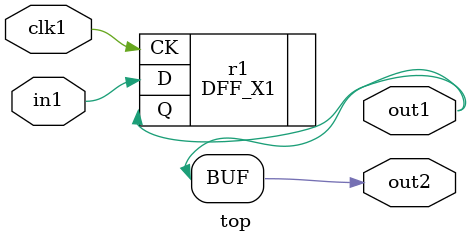
<source format=v>

module top (in1, clk1, out1, out2);
  input in1, clk1;
  output out1, out2;

  DFF_X1 r1 (.D(in1), .CK(clk1), .Q(out1));
  assign out2 = out1;
endmodule // top

</source>
